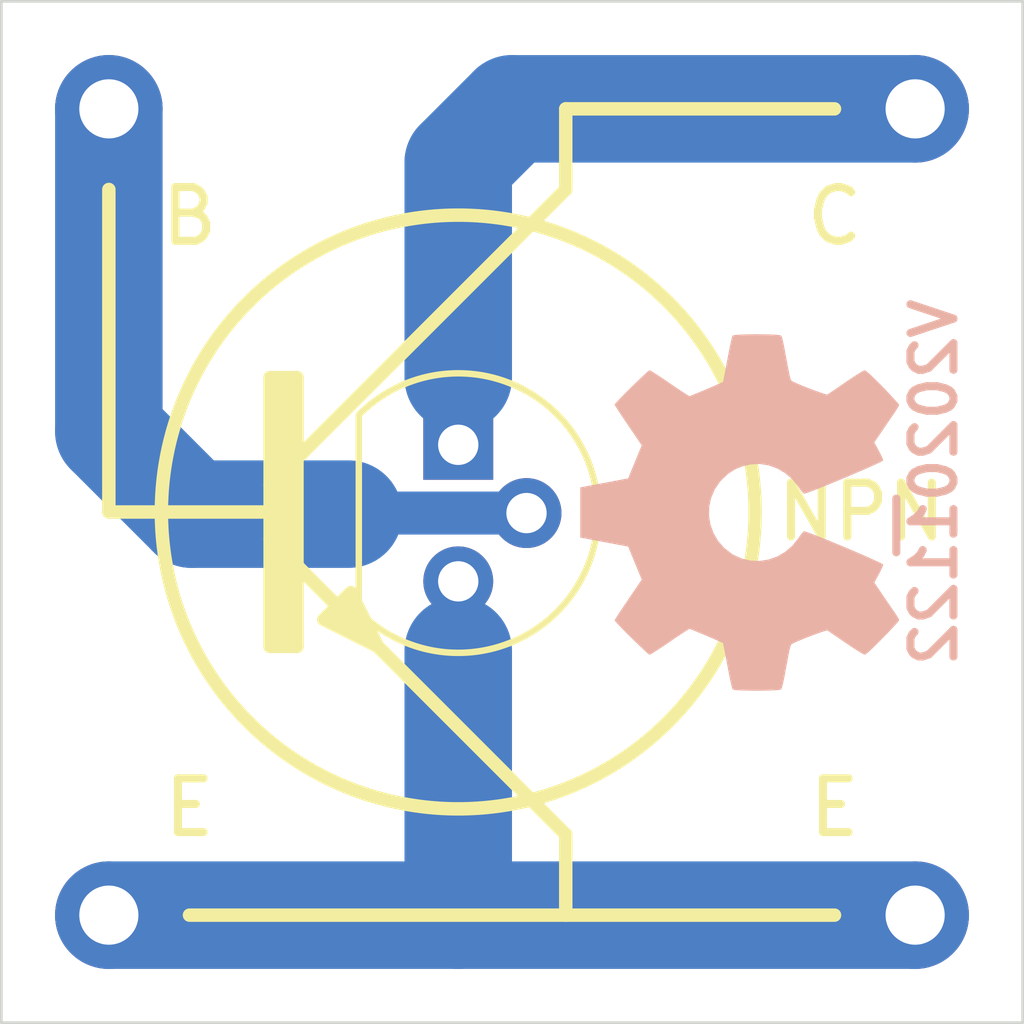
<source format=kicad_pcb>
(kicad_pcb (version 20221018) (generator pcbnew)
  (layers (0 "F.Cu" signal) (31 "B.Cu" signal) (34 "B.Paste" user) (35 "F.Paste" user) (36 "B.SilkS" user "B.Silkscreen") (37 "F.SilkS" user "F.Silkscreen") (38 "B.Mask" user) (39 "F.Mask" user) (44 "Edge.Cuts" user))
  (net 0 "")
  (net 1 "Net-(J1-Pad1)")
  (net 2 "Net-(J2-Pad1)")
  (net 3 "Net-(J3-Pad1)")
  (footprint "Package_TO_SOT_THT:TO-92" (layer "F.Cu") (at 148.5 69.25 -90)
    (fp_text reference "Q1")
    (fp_text value "BC547")
    (fp_line (start -0.53 1.85) (end 3.07 1.85) (stroke (width 0.12)) (layer "F.SilkS"))
    (fp_arc (start -0.568478 1.838478) (mid -1.132087 -0.994977) (end 1.27 -2.6) (stroke (width 0.12)) (layer "F.SilkS"))
    (fp_arc (start 1.27 -2.6) (mid 3.672087 -0.994977) (end 3.108478 1.838478) (stroke (width 0.12)) (layer "F.SilkS"))
    (pad "1" thru_hole rect (at 0 0 270) (size 1.3 1.3) (drill 0.75) (layers "*.Cu" "*.Mask") (net 3 "Net-(J3-Pad1)"))
    (pad "2" thru_hole circle (at 1.27 -1.27 270) (size 1.3 1.3) (drill 0.75) (layers "*.Cu" "*.Mask") (net 1 "Net-(J1-Pad1)"))
    (pad "3" thru_hole circle (at 2.54 0 270) (size 1.3 1.3) (drill 0.75) (layers "*.Cu" "*.Mask") (net 2 "Net-(J2-Pad1)"))
  )
  (footprint "mill-max:PC_pin_nail_head_6092" (layer "F.Cu") (at 142 63)
    (fp_text reference "J1")
    (fp_text value "B" (at 1.5 2) (layer "F.SilkS"))
    (pad "1" thru_hole circle locked (at 0 0) (size 2 2) (drill 1.1) (layers "*.Cu" "*.Mask") (net 1 "Net-(J1-Pad1)"))
  )
  (footprint "mill-max:PC_pin_nail_head_6092" (layer "F.Cu") (at 142 78)
    (fp_text reference "J2")
    (fp_text value "E" (at 1.5 -2) (layer "F.SilkS"))
    (pad "1" thru_hole circle locked (at 0 0) (size 2 2) (drill 1.1) (layers "*.Cu" "*.Mask") (net 2 "Net-(J2-Pad1)"))
  )
  (footprint "mill-max:PC_pin_nail_head_6092" (layer "F.Cu") (at 157 63)
    (fp_text reference "J3")
    (fp_text value "C" (at -1.5 2) (layer "F.SilkS"))
    (pad "1" thru_hole circle locked (at 0 0) (size 2 2) (drill 1.1) (layers "*.Cu" "*.Mask") (net 3 "Net-(J3-Pad1)"))
  )
  (footprint "mill-max:PC_pin_nail_head_6092" (layer "F.Cu") (at 157 78)
    (fp_text reference "J4")
    (fp_text value "E" (at -1.5 -2) (layer "F.SilkS"))
    (pad "1" thru_hole circle locked (at 0 0) (size 2 2) (drill 1.1) (layers "*.Cu" "*.Mask") (net 2 "Net-(J2-Pad1)"))
  )
  (footprint "SquantorLabels:Label_Generic" (layer "B.Cu") (at 157.25 70.75 90)
    (fp_text reference "N1" hide)
    (fp_text value "V20201122" (at 0.8 0.1 90) (layer "B.SilkS") (effects (font (size 0.8 0.8)) (justify mirror)))
    (fp_line (start -0.5 -0.6) (end 0.5 -0.6) (stroke (width 0.15)) (layer "B.SilkS"))
  )
  (footprint "Symbol:OSHW-Symbol_6.7x6mm_SilkScreen" (layer "B.Cu") (at 153.75 70.5 -90)
    (fp_text reference "N2" hide)
    (fp_text value "OHWLOGO" hide)
    (fp_poly (pts (xy 0.555814 2.531069) (xy 0.639635 2.086445) (xy 0.94892 1.958947) (xy 1.258206 1.831449) (xy 1.629246 2.083754) (xy 1.733157 2.154004) (xy 1.827087 2.216728) (xy 1.906652 2.269062) (xy 1.96747 2.308143) (xy 2.005157 2.331107) (xy 2.015421 2.336058) (xy 2.03391 2.323324) (xy 2.07342 2.288118) (xy 2.129522 2.234938) (xy 2.197787 2.168282) (xy 2.273786 2.092646) (xy 2.353092 2.012528) (xy 2.431275 1.932426) (xy 2.503907 1.856836) (xy 2.566559 1.790255) (xy 2.614803 1.737182) (xy 2.64421 1.702113) (xy 2.651241 1.690377) (xy 2.641123 1.66874) (xy 2.612759 1.621338) (xy 2.569129 1.552807) (xy 2.513218 1.467785) (xy 2.448006 1.370907) (xy 2.410219 1.31565) (xy 2.341343 1.214752) (xy 2.28014 1.123701) (xy 2.229578 1.04703) (xy 2.192628 0.989272) (xy 2.172258 0.954957) (xy 2.169197 0.947746) (xy 2.176136 0.927252) (xy 2.195051 0.879487) (xy 2.223087 0.811168) (xy 2.257391 0.729011) (xy 2.295109 0.63973) (xy 2.333387 0.550042) (xy 2.36937 0.466662) (xy 2.400206 0.396306) (xy 2.423039 0.34569) (xy 2.435017 0.321529) (xy 2.435724 0.320578) (xy 2.454531 0.315964) (xy 2.504618 0.305672) (xy 2.580793 0.290713) (xy 2.677865 0.272099) (xy 2.790643 0.250841) (xy 2.856442 0.238582) (xy 2.97695 0.215638) (xy 3.085797 0.193805) (xy 3.177476 0.174278) (xy 3.246481 0.158252) (xy 3.287304 0.146921) (xy 3.295511 0.143326) (xy 3.303548 0.118994) (xy 3.310033 0.064041) (xy 3.31497 -0.015108) (xy 3.318364 -0.112026) (xy 3.320218 -0.220287) (xy 3.320538 -0.333465) (xy 3.319327 -0.445135) (xy 3.31659 -0.548868) (xy 3.312331 -0.638241) (xy 3.306555 -0.706826) (xy 3.299267 -0.748197) (xy 3.294895 -0.75681) (xy 3.268764 -0.767133) (xy 3.213393 -0.781892) (xy 3.136107 -0.799352) (xy 3.04423 -0.81778) (xy 3.012158 -0.823741) (xy 2.857524 -0.852066) (xy 2.735375 -0.874876) (xy 2.641673 -0.89308) (xy 2.572384 -0.907583) (xy 2.523471 -0.919292) (xy 2.490897 -0.929115) (xy 2.470628 -0.937956) (xy 2.458626 -0.946724) (xy 2.456947 -0.948457) (xy 2.440184 -0.976371) (xy 2.414614 -1.030695) (xy 2.382788 -1.104777) (xy 2.34726 -1.191965) (xy 2.310583 -1.285608) (xy 2.275311 -1.379052) (xy 2.243996 -1.465647) (xy 2.219193 -1.53874) (xy 2.203454 -1.591678) (xy 2.199332 -1.617811) (xy 2.199676 -1.618726) (xy 2.213641 -1.640086) (xy 2.245322 -1.687084) (xy 2.291391 -1.754827) (xy 2.348518 -1.838423) (xy 2.413373 -1.932982) (xy 2.431843 -1.959854) (xy 2.497699 -2.057275) (xy 2.55565 -2.146163) (xy 2.602538 -2.221412) (xy 2.635207 -2.27792) (xy 2.6505 -2.310581) (xy 2.651241 -2.314593) (xy 2.638392 -2.335684) (xy 2.602888 -2.377464) (xy 2.549293 -2.435445) (xy 2.482171 -2.505135) (xy 2.406087 -2.582045) (xy 2.325604 -2.661683) (xy 2.245287 -2.739561) (xy 2.169699 -2.811186) (xy 2.103405 -2.87207) (xy 2.050969 -2.917721) (xy 2.016955 -2.94365) (xy 2.007545 -2.947883) (xy 1.985643 -2.937912) (xy 1.9408 -2.91102) (xy 1.880321 -2.871736) (xy 1.833789 -2.840117) (xy 1.749475 -2.782098) (xy 1.649626 -2.713784) (xy 1.549473 -2.645579) (xy 1.495627 -2.609075) (xy 1.313371 -2.4858) (xy 1.160381 -2.56852) (xy 1.090682 -2.604759) (xy 1.031414 -2.632926) (xy 0.991311 -2.648991) (xy 0.981103 -2.651226) (xy 0.968829 -2.634722) (xy 0.944613 -2.588082) (xy 0.910263 -2.515609) (xy 0.867588 -2.421606) (xy 0.818394 -2.310374) (xy 0.76449 -2.186215) (xy 0.707684 -2.053432) (xy 0.649782 -1.916327) (xy 0.592593 -1.779202) (xy 0.537924 -1.646358) (xy 0.487584 -1.522098) (xy 0.44338 -1.410725) (xy 0.407119 -1.316539) (xy 0.380609 -1.243844) (xy 0.365658 -1.196941) (xy 0.363254 -1.180833) (xy 0.382311 -1.160286) (xy 0.424036 -1.126933) (xy 0.479706 -1.087702) (xy 0.484378 -1.084599) (xy 0.628264 -0.969423) (xy 0.744283 -0.835053) (xy 0.83143 -0.685784) (xy 0.888699 -0.525913) (xy 0.915086 -0.359737) (xy 0.909585 -0.191552) (xy 0.87119 -0.025655) (xy 0.798895 0.133658) (xy 0.777626 0.168513) (xy 0.666996 0.309263) (xy 0.536302 0.422286) (xy 0.390064 0.506997) (xy 0.232808 0.562806) (xy 0.069057 0.589126) (xy -0.096667 0.58537) (xy -0.259838 0.55095) (xy -0.415935 0.485277) (xy -0.560433 0.387765) (xy -0.605131 0.348187) (xy -0.718888 0.224297) (xy -0.801782 0.093876) (xy -0.858644 -0.052315) (xy -0.890313 -0.197088) (xy -0.898131 -0.35986) (xy -0.872062 -0.52344) (xy -0.814755 -0.682298) (xy -0.728856 -0.830906) (xy -0.617014 -0.963735) (xy -0.481877 -1.075256) (xy -0.464117 -1.087011) (xy -0.40785 -1.125508) (xy -0.365077 -1.158863) (xy -0.344628 -1.18016) (xy -0.344331 -1.180833) (xy -0.348721 -1.203871) (xy -0.366124 -1.256157) (xy -0.394732 -1.33339) (xy -0.432735 -1.431268) (xy -0.478326 -1.545491) (xy -0.529697 -1.671758) (xy -0.585038 -1.805767) (xy -0.642542 -1.943218) (xy -0.700399 -2.079808) (xy -0.756802 -2.211237) (xy -0.809942 -2.333205) (xy -0.85801 -2.441409) (xy -0.899199 -2.531549) (xy -0.931699 -2.599323) (xy -0.953703 -2.64043) (xy -0.962564 -2.651226) (xy -0.98964 -2.642819) (xy -1.040303 -2.620272) (xy -1.105817 -2.587613) (xy -1.141841 -2.56852) (xy -1.294832 -2.4858) (xy -1.477088 -2.609075) (xy -1.570125 -2.672228) (xy -1.671985 -2.741727) (xy -1.767438 -2.807165) (xy -1.81525 -2.840117) (xy -1.882495 -2.885273) (xy -1.939436 -2.921057) (xy -1.978646 -2.942938) (xy -1.991381 -2.947563) (xy -2.009917 -2.935085) (xy -2.050941 -2.900252) (xy -2.110475 -2.846678) (xy -2.184542 -2.777983) (xy -2.269165 -2.697781) (xy -2.322685 -2.646286) (xy -2.416319 -2.554286) (xy -2.497241 -2.471999) (xy -2.562177 -2.402945) (xy -2.607858 -2.350644) (xy -2.631011 -2.318616) (xy -2.633232 -2.312116) (xy -2.622924 -2.287394) (xy -2.594439 -2.237405) (xy -2.550937 -2.167212) (xy -2.495577 -2.081875) (xy -2.43152 -1.986456) (xy -2.413303 -1.959854) (xy -2.346927 -1.863167) (xy -2.287378 -1.776117) (xy -2.237984 -1.703595) (xy -2.202075 -1.650493) (xy -2.182981 -1.621703) (xy -2.181136 -1.618726) (xy -2.183895 -1.595782) (xy -2.198538 -1.545336) (xy -2.222513 -1.474041) (xy -2.253266 -1.388547) (xy -2.288244 -1.295507) (xy -2.324893 -1.201574) (xy -2.360661 -1.113399) (xy -2.392994 -1.037634) (xy -2.419338 -0.980931) (xy -2.437142 -0.949943) (xy -2.438407 -0.948457) (xy -2.449294 -0.939601) (xy -2.467682 -0.930843) (xy -2.497606 -0.921277) (xy -2.543103 -0.909996) (xy -2.608209 -0.896093) (xy -2.696961 -0.878663) (xy -2.813393 -0.856798) (xy -2.961542 -0.829591) (xy -2.993618 -0.823741) (xy -3.088686 -0.805374) (xy -3.171565 -0.787405) (xy -3.23493 -0.771569) (xy -3.271458 -0.7596) (xy -3.276356 -0.75681) (xy -3.284427 -0.732072) (xy -3.290987 -0.67679) (xy -3.296033 -0.597389) (xy -3.299559 -0.500296) (xy -3.301561 -0.391938) (xy -3.302036 -0.27874) (xy -3.300977 -0.167128) (xy -3.298382 -0.063529) (xy -3.294246 0.025632) (xy -3.288563 0.093928) (xy -3.281331 0.134934) (xy -3.276971 0.143326) (xy -3.252698 0.151792) (xy -3.197426 0.165565) (xy -3.116662 0.18345) (xy -3.015912 0.204252) (xy -2.900683 0.226777) (xy -2.837902 0.238582) (xy -2.718787 0.260849) (xy -2.612565 0.281021) (xy -2.524427 0.298085) (xy -2.459566 0.311031) (xy -2.423174 0.318845) (xy -2.417184 0.320578) (xy -2.407061 0.34011) (xy -2.385662 0.387157) (xy -2.355839 0.454997) (xy -2.320445 0.536909) (xy -2.282332 0.626172) (xy -2.244353 0.716065) (xy -2.20936 0.799865) (xy -2.180206 0.870853) (xy -2.159743 0.922306) (xy -2.150823 0.947503) (xy -2.150657 0.948604) (xy -2.160769 0.968481) (xy -2.189117 1.014223) (xy -2.232723 1.081283) (xy -2.288606 1.165116) (xy -2.353787 1.261174) (xy -2.391679 1.31635) (xy -2.460725 1.417519) (xy -2.52205 1.50937) (xy -2.572663 1.587256) (xy -2.609571 1.646531) (xy -2.629782 1.682549) (xy -2.632701 1.690623) (xy -2.620153 1.709416) (xy -2.585463 1.749543) (xy -2.533063 1.806507) (xy -2.467384 1.875815) (xy -2.392856 1.952969) (xy -2.313913 2.033475) (xy -2.234983 2.112837) (xy -2.1605 2.18656) (xy -2.094894 2.250148) (xy -2.042596 2.299106) (xy -2.008039 2.328939) (xy -1.996478 2.336058) (xy -1.977654 2.326047) (xy -1.932631 2.297922) (xy -1.865787 2.254546) (xy -1.781499 2.198782) (xy -1.684144 2.133494) (xy -1.610707 2.083754) (xy -1.239667 1.831449) (xy -0.621095 2.086445) (xy -0.537275 2.531069) (xy -0.453454 2.975693) (xy 0.471994 2.975693) (xy 0.555814 2.531069)) (stroke (width 0.01)) (fill solid) (layer "B.SilkS"))
  )
  (gr_line (start 145 73) (end 145 70.5) (stroke (width 0.25)) (layer "F.SilkS"))
  (gr_line (start 146 72.5) (end 147 73) (stroke (width 0.25)) (layer "F.SilkS"))
  (gr_line (start 145.5 68) (end 145.5 73) (stroke (width 0.25)) (layer "F.SilkS"))
  (gr_line (start 150.5 64.5) (end 150.5 63) (stroke (width 0.25)) (layer "F.SilkS"))
  (gr_line (start 150.5 63) (end 155.5 63) (stroke (width 0.25)) (layer "F.SilkS"))
  (gr_line (start 150.5 76.5) (end 145 71) (stroke (width 0.25)) (layer "F.SilkS"))
  (gr_line (start 145 70.5) (end 145 68) (stroke (width 0.25)) (layer "F.SilkS"))
  (gr_poly (pts (xy 145.5 73) (xy 145 73) (xy 145 68) (xy 145.5 68)) (stroke (width 0.1)) (fill solid) (layer "F.SilkS"))
  (gr_line (start 146.5 72) (end 146 72.5) (stroke (width 0.25)) (layer "F.SilkS"))
  (gr_line (start 150.5 78) (end 150.5 76.5) (stroke (width 0.25)) (layer "F.SilkS"))
  (gr_line (start 143.5 78) (end 155.5 78) (stroke (width 0.25)) (layer "F.SilkS"))
  (gr_line (start 142 64.5) (end 142 70.5) (stroke (width 0.25)) (layer "F.SilkS"))
  (gr_line (start 145.5 73) (end 145 73) (stroke (width 0.25)) (layer "F.SilkS"))
  (gr_line (start 147 73) (end 146.5 72) (stroke (width 0.25)) (layer "F.SilkS"))
  (gr_line (start 145 70) (end 150.5 64.5) (stroke (width 0.25)) (layer "F.SilkS"))
  (gr_circle (center 148.5 70.5) (end 154 71) (stroke (width 0.25)) (fill none) (layer "F.SilkS"))
  (gr_line (start 145 68) (end 145.5 68) (stroke (width 0.25)) (layer "F.SilkS"))
  (gr_poly (pts (xy 147 73) (xy 146 72.5) (xy 146.5 72)) (stroke (width 0.1)) (fill solid) (layer "F.SilkS"))
  (gr_line (start 142 70.5) (end 145 70.5) (stroke (width 0.25)) (layer "F.SilkS"))
  (gr_line (start 140 80) (end 159 80) (stroke (width 0.05)) (layer "Edge.Cuts"))
  (gr_line (start 159 61) (end 159 80) (stroke (width 0.05)) (layer "Edge.Cuts"))
  (gr_line (start 159 61) (end 140 61) (stroke (width 0.05)) (layer "Edge.Cuts"))
  (gr_line (start 140 80) (end 140 61) (stroke (width 0.05)) (layer "Edge.Cuts"))
  (gr_text "NPN" (at 156 70.5) (layer "F.SilkS") (effects (font (size 1 1))))
  (segment (start 149.77 70.52) (end 146.48 70.52) (width 0.8) (layer "B.Cu") (net 1))
  (segment (start 143.54 70.54) (end 142 69) (width 2) (layer "B.Cu") (net 1))
  (segment (start 142 69) (end 142 63) (width 2) (layer "B.Cu") (net 1))
  (segment (start 143.54 70.54) (end 146.46 70.54) (width 2) (layer "B.Cu") (net 1))
  (segment (start 146.48 70.52) (end 146.46 70.54) (width 0.8) (layer "B.Cu") (net 1))
  (segment (start 148.5 78) (end 157 78) (width 2) (layer "B.Cu") (net 2))
  (segment (start 148.5 73.08) (end 148.5 71.79) (width 0.8) (layer "B.Cu") (net 2))
  (segment (start 148.5 73.08) (end 148.5 78) (width 2) (layer "B.Cu") (net 2))
  (segment (start 142 78) (end 148.5 78) (width 2) (layer "B.Cu") (net 2))
  (segment (start 149.5 63) (end 157 63) (width 2) (layer "B.Cu") (net 3))
  (segment (start 148.5 68) (end 148.5 64) (width 2) (layer "B.Cu") (net 3))
  (segment (start 148.5 69.25) (end 148.5 68) (width 0.8) (layer "B.Cu") (net 3))
  (segment (start 148.5 64) (end 149.5 63) (width 2) (layer "B.Cu") (net 3))
)
</source>
